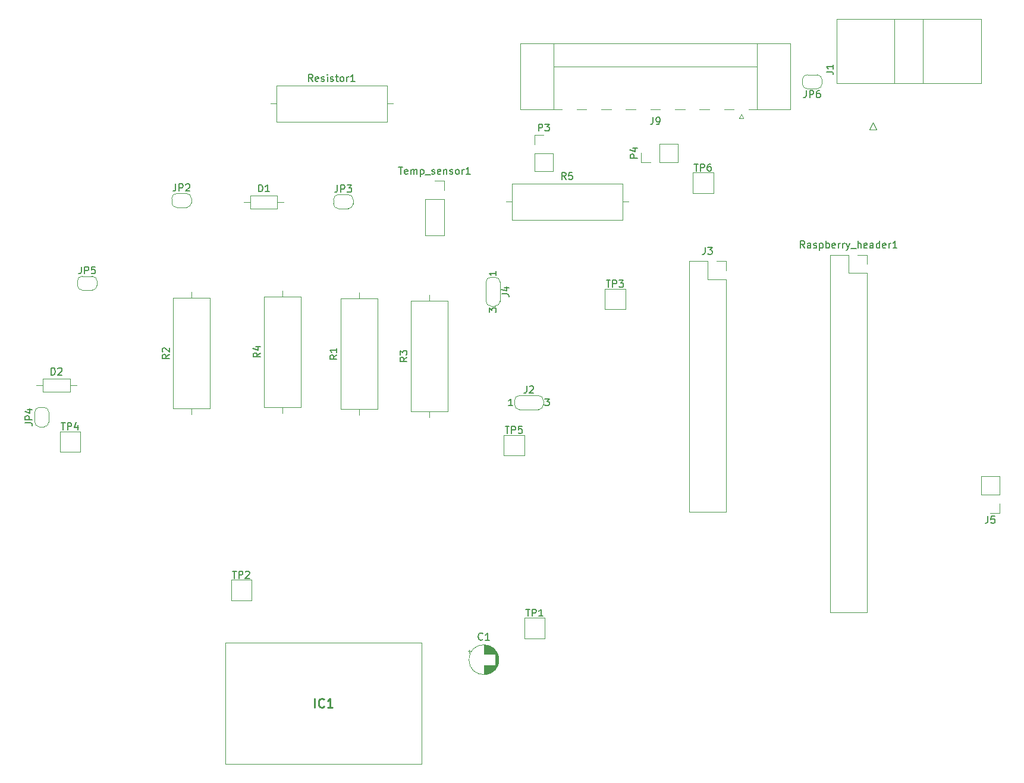
<source format=gbr>
%TF.GenerationSoftware,KiCad,Pcbnew,(5.1.9-0-10_14)*%
%TF.CreationDate,2021-03-10T15:44:04+00:00*%
%TF.ProjectId,base8x,62617365-3878-42e6-9b69-6361645f7063,rev?*%
%TF.SameCoordinates,Original*%
%TF.FileFunction,Legend,Top*%
%TF.FilePolarity,Positive*%
%FSLAX46Y46*%
G04 Gerber Fmt 4.6, Leading zero omitted, Abs format (unit mm)*
G04 Created by KiCad (PCBNEW (5.1.9-0-10_14)) date 2021-03-10 15:44:04*
%MOMM*%
%LPD*%
G01*
G04 APERTURE LIST*
%ADD10C,0.100000*%
%ADD11C,0.120000*%
%ADD12C,0.254000*%
%ADD13C,0.150000*%
G04 APERTURE END LIST*
D10*
%TO.C,IC1*%
X-279908000Y-124841000D02*
X-307848000Y-124841000D01*
X-307848000Y-124841000D02*
X-307848000Y-107569000D01*
X-307848000Y-107569000D02*
X-279908000Y-107569000D01*
X-279908000Y-107569000D02*
X-279908000Y-124841000D01*
D11*
%TO.C,Raspberry_header1*%
X-217820000Y-52340000D02*
X-216490000Y-52340000D01*
X-216490000Y-52340000D02*
X-216490000Y-53670000D01*
X-219090000Y-52340000D02*
X-219090000Y-54940000D01*
X-219090000Y-54940000D02*
X-216490000Y-54940000D01*
X-216490000Y-54940000D02*
X-216490000Y-103260000D01*
X-221690000Y-103260000D02*
X-216490000Y-103260000D01*
X-221690000Y-52340000D02*
X-221690000Y-103260000D01*
X-221690000Y-52340000D02*
X-219090000Y-52340000D01*
%TO.C,D2*%
X-333801640Y-69978520D02*
X-333801640Y-71818520D01*
X-333801640Y-71818520D02*
X-329961640Y-71818520D01*
X-329961640Y-71818520D02*
X-329961640Y-69978520D01*
X-329961640Y-69978520D02*
X-333801640Y-69978520D01*
X-334751640Y-70898520D02*
X-333801640Y-70898520D01*
X-329011640Y-70898520D02*
X-329961640Y-70898520D01*
%TO.C,D1*%
X-304280000Y-43880000D02*
X-304280000Y-45720000D01*
X-304280000Y-45720000D02*
X-300440000Y-45720000D01*
X-300440000Y-45720000D02*
X-300440000Y-43880000D01*
X-300440000Y-43880000D02*
X-304280000Y-43880000D01*
X-305230000Y-44800000D02*
X-304280000Y-44800000D01*
X-299490000Y-44800000D02*
X-300440000Y-44800000D01*
%TO.C,Resistor1*%
X-300580000Y-28190000D02*
X-300580000Y-33430000D01*
X-300580000Y-33430000D02*
X-284840000Y-33430000D01*
X-284840000Y-33430000D02*
X-284840000Y-28190000D01*
X-284840000Y-28190000D02*
X-300580000Y-28190000D01*
X-301430000Y-30810000D02*
X-300580000Y-30810000D01*
X-283990000Y-30810000D02*
X-284840000Y-30810000D01*
%TO.C,R5*%
X-267051600Y-42160200D02*
X-267051600Y-47400200D01*
X-267051600Y-47400200D02*
X-251311600Y-47400200D01*
X-251311600Y-47400200D02*
X-251311600Y-42160200D01*
X-251311600Y-42160200D02*
X-267051600Y-42160200D01*
X-267901600Y-44780200D02*
X-267051600Y-44780200D01*
X-250461600Y-44780200D02*
X-251311600Y-44780200D01*
%TO.C,R4*%
X-302310000Y-74000000D02*
X-297070000Y-74000000D01*
X-297070000Y-74000000D02*
X-297070000Y-58260000D01*
X-297070000Y-58260000D02*
X-302310000Y-58260000D01*
X-302310000Y-58260000D02*
X-302310000Y-74000000D01*
X-299690000Y-74850000D02*
X-299690000Y-74000000D01*
X-299690000Y-57410000D02*
X-299690000Y-58260000D01*
%TO.C,R3*%
X-281430000Y-74610000D02*
X-276190000Y-74610000D01*
X-276190000Y-74610000D02*
X-276190000Y-58870000D01*
X-276190000Y-58870000D02*
X-281430000Y-58870000D01*
X-281430000Y-58870000D02*
X-281430000Y-74610000D01*
X-278810000Y-75460000D02*
X-278810000Y-74610000D01*
X-278810000Y-58020000D02*
X-278810000Y-58870000D01*
%TO.C,R2*%
X-315270000Y-74230000D02*
X-310030000Y-74230000D01*
X-310030000Y-74230000D02*
X-310030000Y-58490000D01*
X-310030000Y-58490000D02*
X-315270000Y-58490000D01*
X-315270000Y-58490000D02*
X-315270000Y-74230000D01*
X-312650000Y-75080000D02*
X-312650000Y-74230000D01*
X-312650000Y-57640000D02*
X-312650000Y-58490000D01*
%TO.C,R1*%
X-291410000Y-74310000D02*
X-286170000Y-74310000D01*
X-286170000Y-74310000D02*
X-286170000Y-58570000D01*
X-286170000Y-58570000D02*
X-291410000Y-58570000D01*
X-291410000Y-58570000D02*
X-291410000Y-74310000D01*
X-288790000Y-75160000D02*
X-288790000Y-74310000D01*
X-288790000Y-57720000D02*
X-288790000Y-58570000D01*
%TO.C,TP5*%
X-268170000Y-77990000D02*
X-265270000Y-77990000D01*
X-265270000Y-77990000D02*
X-265270000Y-80890000D01*
X-265270000Y-80890000D02*
X-268170000Y-80890000D01*
X-268170000Y-80890000D02*
X-268170000Y-77990000D01*
%TO.C,TP4*%
X-331386000Y-77480000D02*
X-328486000Y-77480000D01*
X-328486000Y-77480000D02*
X-328486000Y-80380000D01*
X-328486000Y-80380000D02*
X-331386000Y-80380000D01*
X-331386000Y-80380000D02*
X-331386000Y-77480000D01*
%TO.C,TP3*%
X-253770000Y-57190000D02*
X-250870000Y-57190000D01*
X-250870000Y-57190000D02*
X-250870000Y-60090000D01*
X-250870000Y-60090000D02*
X-253770000Y-60090000D01*
X-253770000Y-60090000D02*
X-253770000Y-57190000D01*
%TO.C,TP2*%
X-307012000Y-98626000D02*
X-304112000Y-98626000D01*
X-304112000Y-98626000D02*
X-304112000Y-101526000D01*
X-304112000Y-101526000D02*
X-307012000Y-101526000D01*
X-307012000Y-101526000D02*
X-307012000Y-98626000D01*
%TO.C,J1*%
X-212590600Y-27886400D02*
X-212590600Y-18766400D01*
X-208490600Y-27886400D02*
X-208490600Y-18766400D01*
X-220830600Y-27886400D02*
X-220830600Y-18766400D01*
X-220830600Y-18766400D02*
X-200250600Y-18766400D01*
X-200250600Y-18766400D02*
X-200250600Y-27886400D01*
X-200250600Y-27886400D02*
X-220830600Y-27886400D01*
X-215620600Y-33506400D02*
X-216120600Y-34506400D01*
X-216120600Y-34506400D02*
X-215120600Y-34506400D01*
X-215120600Y-34506400D02*
X-215620600Y-33506400D01*
%TO.C,J2*%
X-266654500Y-73667900D02*
X-266654500Y-73067900D01*
X-263204500Y-74367900D02*
X-266004500Y-74367900D01*
X-262554500Y-73067900D02*
X-262554500Y-73667900D01*
X-266004500Y-72367900D02*
X-263204500Y-72367900D01*
X-263254500Y-72367900D02*
G75*
G02*
X-262554500Y-73067900I0J-700000D01*
G01*
X-262554500Y-73667900D02*
G75*
G02*
X-263254500Y-74367900I-700000J0D01*
G01*
X-265954500Y-74367900D02*
G75*
G02*
X-266654500Y-73667900I0J700000D01*
G01*
X-266654500Y-73067900D02*
G75*
G02*
X-265954500Y-72367900I700000J0D01*
G01*
%TO.C,J3*%
X-241780000Y-53240000D02*
X-239180000Y-53240000D01*
X-241780000Y-53240000D02*
X-241780000Y-88920000D01*
X-241780000Y-88920000D02*
X-236580000Y-88920000D01*
X-236580000Y-55840000D02*
X-236580000Y-88920000D01*
X-239180000Y-55840000D02*
X-236580000Y-55840000D01*
X-239180000Y-53240000D02*
X-239180000Y-55840000D01*
X-236580000Y-53240000D02*
X-236580000Y-54570000D01*
X-237910000Y-53240000D02*
X-236580000Y-53240000D01*
%TO.C,J4*%
X-268720000Y-56170000D02*
X-268720000Y-58970000D01*
X-269420000Y-59620000D02*
X-270020000Y-59620000D01*
X-270720000Y-58970000D02*
X-270720000Y-56170000D01*
X-270020000Y-55520000D02*
X-269420000Y-55520000D01*
X-269420000Y-55520000D02*
G75*
G02*
X-268720000Y-56220000I0J-700000D01*
G01*
X-270720000Y-56220000D02*
G75*
G02*
X-270020000Y-55520000I700000J0D01*
G01*
X-270020000Y-59620000D02*
G75*
G02*
X-270720000Y-58920000I0J700000D01*
G01*
X-268720000Y-58920000D02*
G75*
G02*
X-269420000Y-59620000I-700000J0D01*
G01*
%TO.C,J9*%
X-227355800Y-31612200D02*
X-227355800Y-22192200D01*
X-227355800Y-22192200D02*
X-265875800Y-22192200D01*
X-265875800Y-22192200D02*
X-265875800Y-31612200D01*
X-227355800Y-31612200D02*
X-233315800Y-31612200D01*
X-265875800Y-31612200D02*
X-259915800Y-31612200D01*
X-235415800Y-31612200D02*
X-236815800Y-31612200D01*
X-238915800Y-31612200D02*
X-240315800Y-31612200D01*
X-242415800Y-31612200D02*
X-243815800Y-31612200D01*
X-245915800Y-31612200D02*
X-247315800Y-31612200D01*
X-249415800Y-31612200D02*
X-250815800Y-31612200D01*
X-252915800Y-31612200D02*
X-254315800Y-31612200D01*
X-256415800Y-31612200D02*
X-257815800Y-31612200D01*
X-232155800Y-25502200D02*
X-261075800Y-25502200D01*
X-232155800Y-31612200D02*
X-232155800Y-22192200D01*
X-261075800Y-31612200D02*
X-261075800Y-22192200D01*
X-234665800Y-32902200D02*
X-234365800Y-32302200D01*
X-234365800Y-32302200D02*
X-234065800Y-32902200D01*
X-234065800Y-32902200D02*
X-234665800Y-32902200D01*
%TO.C,JP2*%
X-315470000Y-44890000D02*
X-315470000Y-44290000D01*
X-313370000Y-45590000D02*
X-314770000Y-45590000D01*
X-312670000Y-44290000D02*
X-312670000Y-44890000D01*
X-314770000Y-43590000D02*
X-313370000Y-43590000D01*
X-313370000Y-43590000D02*
G75*
G02*
X-312670000Y-44290000I0J-700000D01*
G01*
X-312670000Y-44890000D02*
G75*
G02*
X-313370000Y-45590000I-700000J0D01*
G01*
X-314770000Y-45590000D02*
G75*
G02*
X-315470000Y-44890000I0J700000D01*
G01*
X-315470000Y-44290000D02*
G75*
G02*
X-314770000Y-43590000I700000J0D01*
G01*
%TO.C,JP3*%
X-291740000Y-43750000D02*
X-290340000Y-43750000D01*
X-289640000Y-44450000D02*
X-289640000Y-45050000D01*
X-290340000Y-45750000D02*
X-291740000Y-45750000D01*
X-292440000Y-45050000D02*
X-292440000Y-44450000D01*
X-292440000Y-44450000D02*
G75*
G02*
X-291740000Y-43750000I700000J0D01*
G01*
X-291740000Y-45750000D02*
G75*
G02*
X-292440000Y-45050000I0J700000D01*
G01*
X-289640000Y-45050000D02*
G75*
G02*
X-290340000Y-45750000I-700000J0D01*
G01*
X-290340000Y-43750000D02*
G75*
G02*
X-289640000Y-44450000I0J-700000D01*
G01*
%TO.C,JP4*%
X-333674600Y-76837500D02*
X-334274600Y-76837500D01*
X-332974600Y-74737500D02*
X-332974600Y-76137500D01*
X-334274600Y-74037500D02*
X-333674600Y-74037500D01*
X-334974600Y-76137500D02*
X-334974600Y-74737500D01*
X-334974600Y-74737500D02*
G75*
G02*
X-334274600Y-74037500I700000J0D01*
G01*
X-333674600Y-74037500D02*
G75*
G02*
X-332974600Y-74737500I0J-700000D01*
G01*
X-332974600Y-76137500D02*
G75*
G02*
X-333674600Y-76837500I-700000J0D01*
G01*
X-334274600Y-76837500D02*
G75*
G02*
X-334974600Y-76137500I0J700000D01*
G01*
%TO.C,JP5*%
X-328900000Y-56670000D02*
X-328900000Y-56070000D01*
X-326800000Y-57370000D02*
X-328200000Y-57370000D01*
X-326100000Y-56070000D02*
X-326100000Y-56670000D01*
X-328200000Y-55370000D02*
X-326800000Y-55370000D01*
X-326800000Y-55370000D02*
G75*
G02*
X-326100000Y-56070000I0J-700000D01*
G01*
X-326100000Y-56670000D02*
G75*
G02*
X-326800000Y-57370000I-700000J0D01*
G01*
X-328200000Y-57370000D02*
G75*
G02*
X-328900000Y-56670000I0J700000D01*
G01*
X-328900000Y-56070000D02*
G75*
G02*
X-328200000Y-55370000I700000J0D01*
G01*
%TO.C,JP6*%
X-223582000Y-28686000D02*
X-224982000Y-28686000D01*
X-225682000Y-27986000D02*
X-225682000Y-27386000D01*
X-224982000Y-26686000D02*
X-223582000Y-26686000D01*
X-222882000Y-27386000D02*
X-222882000Y-27986000D01*
X-222882000Y-27986000D02*
G75*
G02*
X-223582000Y-28686000I-700000J0D01*
G01*
X-223582000Y-26686000D02*
G75*
G02*
X-222882000Y-27386000I0J-700000D01*
G01*
X-225682000Y-27386000D02*
G75*
G02*
X-224982000Y-26686000I700000J0D01*
G01*
X-224982000Y-28686000D02*
G75*
G02*
X-225682000Y-27986000I0J700000D01*
G01*
%TO.C,P3*%
X-263830000Y-35250000D02*
X-262500000Y-35250000D01*
X-263830000Y-36580000D02*
X-263830000Y-35250000D01*
X-263830000Y-37850000D02*
X-261170000Y-37850000D01*
X-261170000Y-37850000D02*
X-261170000Y-40450000D01*
X-263830000Y-37850000D02*
X-263830000Y-40450000D01*
X-263830000Y-40450000D02*
X-261170000Y-40450000D01*
%TO.C,P4*%
X-243430000Y-39170000D02*
X-243430000Y-36510000D01*
X-246030000Y-39170000D02*
X-243430000Y-39170000D01*
X-246030000Y-36510000D02*
X-243430000Y-36510000D01*
X-246030000Y-39170000D02*
X-246030000Y-36510000D01*
X-247300000Y-39170000D02*
X-248630000Y-39170000D01*
X-248630000Y-39170000D02*
X-248630000Y-37840000D01*
%TO.C,Temp_sensor1*%
X-279350000Y-44420000D02*
X-276690000Y-44420000D01*
X-279350000Y-44420000D02*
X-279350000Y-49560000D01*
X-279350000Y-49560000D02*
X-276690000Y-49560000D01*
X-276690000Y-44420000D02*
X-276690000Y-49560000D01*
X-276690000Y-41820000D02*
X-276690000Y-43150000D01*
X-278020000Y-41820000D02*
X-276690000Y-41820000D01*
%TO.C,TP1*%
X-265230000Y-106930000D02*
X-265230000Y-104030000D01*
X-262330000Y-106930000D02*
X-265230000Y-106930000D01*
X-262330000Y-104030000D02*
X-262330000Y-106930000D01*
X-265230000Y-104030000D02*
X-262330000Y-104030000D01*
%TO.C,TP6*%
X-241260000Y-40630000D02*
X-238360000Y-40630000D01*
X-238360000Y-40630000D02*
X-238360000Y-43530000D01*
X-238360000Y-43530000D02*
X-241260000Y-43530000D01*
X-241260000Y-43530000D02*
X-241260000Y-40630000D01*
%TO.C,C1*%
X-273099801Y-108587000D02*
X-273099801Y-108987000D01*
X-273299801Y-108787000D02*
X-272899801Y-108787000D01*
X-268949000Y-109612000D02*
X-268949000Y-110352000D01*
X-268989000Y-109445000D02*
X-268989000Y-110519000D01*
X-269029000Y-109318000D02*
X-269029000Y-110646000D01*
X-269069000Y-109214000D02*
X-269069000Y-110750000D01*
X-269109000Y-109123000D02*
X-269109000Y-110841000D01*
X-269149000Y-109042000D02*
X-269149000Y-110922000D01*
X-269189000Y-108969000D02*
X-269189000Y-110995000D01*
X-269229000Y-108902000D02*
X-269229000Y-111062000D01*
X-269269000Y-108840000D02*
X-269269000Y-111124000D01*
X-269309000Y-108782000D02*
X-269309000Y-111182000D01*
X-269349000Y-108728000D02*
X-269349000Y-111236000D01*
X-269389000Y-108678000D02*
X-269389000Y-111286000D01*
X-269429000Y-108631000D02*
X-269429000Y-111333000D01*
X-269469000Y-110822000D02*
X-269469000Y-111378000D01*
X-269469000Y-108586000D02*
X-269469000Y-109142000D01*
X-269509000Y-110822000D02*
X-269509000Y-111420000D01*
X-269509000Y-108544000D02*
X-269509000Y-109142000D01*
X-269549000Y-110822000D02*
X-269549000Y-111460000D01*
X-269549000Y-108504000D02*
X-269549000Y-109142000D01*
X-269589000Y-110822000D02*
X-269589000Y-111498000D01*
X-269589000Y-108466000D02*
X-269589000Y-109142000D01*
X-269629000Y-110822000D02*
X-269629000Y-111534000D01*
X-269629000Y-108430000D02*
X-269629000Y-109142000D01*
X-269669000Y-110822000D02*
X-269669000Y-111569000D01*
X-269669000Y-108395000D02*
X-269669000Y-109142000D01*
X-269709000Y-110822000D02*
X-269709000Y-111601000D01*
X-269709000Y-108363000D02*
X-269709000Y-109142000D01*
X-269749000Y-110822000D02*
X-269749000Y-111632000D01*
X-269749000Y-108332000D02*
X-269749000Y-109142000D01*
X-269789000Y-110822000D02*
X-269789000Y-111662000D01*
X-269789000Y-108302000D02*
X-269789000Y-109142000D01*
X-269829000Y-110822000D02*
X-269829000Y-111690000D01*
X-269829000Y-108274000D02*
X-269829000Y-109142000D01*
X-269869000Y-110822000D02*
X-269869000Y-111717000D01*
X-269869000Y-108247000D02*
X-269869000Y-109142000D01*
X-269909000Y-110822000D02*
X-269909000Y-111742000D01*
X-269909000Y-108222000D02*
X-269909000Y-109142000D01*
X-269949000Y-110822000D02*
X-269949000Y-111767000D01*
X-269949000Y-108197000D02*
X-269949000Y-109142000D01*
X-269989000Y-110822000D02*
X-269989000Y-111790000D01*
X-269989000Y-108174000D02*
X-269989000Y-109142000D01*
X-270029000Y-110822000D02*
X-270029000Y-111812000D01*
X-270029000Y-108152000D02*
X-270029000Y-109142000D01*
X-270069000Y-110822000D02*
X-270069000Y-111833000D01*
X-270069000Y-108131000D02*
X-270069000Y-109142000D01*
X-270109000Y-110822000D02*
X-270109000Y-111852000D01*
X-270109000Y-108112000D02*
X-270109000Y-109142000D01*
X-270149000Y-110822000D02*
X-270149000Y-111871000D01*
X-270149000Y-108093000D02*
X-270149000Y-109142000D01*
X-270189000Y-110822000D02*
X-270189000Y-111889000D01*
X-270189000Y-108075000D02*
X-270189000Y-109142000D01*
X-270229000Y-110822000D02*
X-270229000Y-111906000D01*
X-270229000Y-108058000D02*
X-270229000Y-109142000D01*
X-270269000Y-110822000D02*
X-270269000Y-111922000D01*
X-270269000Y-108042000D02*
X-270269000Y-109142000D01*
X-270309000Y-110822000D02*
X-270309000Y-111936000D01*
X-270309000Y-108028000D02*
X-270309000Y-109142000D01*
X-270350000Y-110822000D02*
X-270350000Y-111950000D01*
X-270350000Y-108014000D02*
X-270350000Y-109142000D01*
X-270390000Y-110822000D02*
X-270390000Y-111964000D01*
X-270390000Y-108000000D02*
X-270390000Y-109142000D01*
X-270430000Y-110822000D02*
X-270430000Y-111976000D01*
X-270430000Y-107988000D02*
X-270430000Y-109142000D01*
X-270470000Y-110822000D02*
X-270470000Y-111987000D01*
X-270470000Y-107977000D02*
X-270470000Y-109142000D01*
X-270510000Y-110822000D02*
X-270510000Y-111998000D01*
X-270510000Y-107966000D02*
X-270510000Y-109142000D01*
X-270550000Y-110822000D02*
X-270550000Y-112007000D01*
X-270550000Y-107957000D02*
X-270550000Y-109142000D01*
X-270590000Y-110822000D02*
X-270590000Y-112016000D01*
X-270590000Y-107948000D02*
X-270590000Y-109142000D01*
X-270630000Y-110822000D02*
X-270630000Y-112024000D01*
X-270630000Y-107940000D02*
X-270630000Y-109142000D01*
X-270670000Y-110822000D02*
X-270670000Y-112032000D01*
X-270670000Y-107932000D02*
X-270670000Y-109142000D01*
X-270710000Y-110822000D02*
X-270710000Y-112038000D01*
X-270710000Y-107926000D02*
X-270710000Y-109142000D01*
X-270750000Y-110822000D02*
X-270750000Y-112044000D01*
X-270750000Y-107920000D02*
X-270750000Y-109142000D01*
X-270790000Y-110822000D02*
X-270790000Y-112049000D01*
X-270790000Y-107915000D02*
X-270790000Y-109142000D01*
X-270830000Y-110822000D02*
X-270830000Y-112053000D01*
X-270830000Y-107911000D02*
X-270830000Y-109142000D01*
X-270870000Y-110822000D02*
X-270870000Y-112056000D01*
X-270870000Y-107908000D02*
X-270870000Y-109142000D01*
X-270910000Y-110822000D02*
X-270910000Y-112059000D01*
X-270910000Y-107905000D02*
X-270910000Y-109142000D01*
X-270950000Y-107903000D02*
X-270950000Y-109142000D01*
X-270950000Y-110822000D02*
X-270950000Y-112061000D01*
X-270990000Y-107902000D02*
X-270990000Y-109142000D01*
X-270990000Y-110822000D02*
X-270990000Y-112062000D01*
X-271030000Y-107902000D02*
X-271030000Y-109142000D01*
X-271030000Y-110822000D02*
X-271030000Y-112062000D01*
X-268910000Y-109982000D02*
G75*
G03*
X-268910000Y-109982000I-2120000J0D01*
G01*
%TO.C,J5*%
X-197600000Y-83880000D02*
X-200260000Y-83880000D01*
X-197600000Y-86480000D02*
X-197600000Y-83880000D01*
X-200260000Y-86480000D02*
X-200260000Y-83880000D01*
X-197600000Y-86480000D02*
X-200260000Y-86480000D01*
X-197600000Y-87750000D02*
X-197600000Y-89080000D01*
X-197600000Y-89080000D02*
X-198930000Y-89080000D01*
%TO.C,IC1*%
D12*
X-295117761Y-116779523D02*
X-295117761Y-115509523D01*
X-293787285Y-116658571D02*
X-293847761Y-116719047D01*
X-294029190Y-116779523D01*
X-294150142Y-116779523D01*
X-294331571Y-116719047D01*
X-294452523Y-116598095D01*
X-294513000Y-116477142D01*
X-294573476Y-116235238D01*
X-294573476Y-116053809D01*
X-294513000Y-115811904D01*
X-294452523Y-115690952D01*
X-294331571Y-115570000D01*
X-294150142Y-115509523D01*
X-294029190Y-115509523D01*
X-293847761Y-115570000D01*
X-293787285Y-115630476D01*
X-292577761Y-116779523D02*
X-293303476Y-116779523D01*
X-292940619Y-116779523D02*
X-292940619Y-115509523D01*
X-293061571Y-115690952D01*
X-293182523Y-115811904D01*
X-293303476Y-115872380D01*
%TO.C,Raspberry_header1*%
D13*
X-225351904Y-51352380D02*
X-225685238Y-50876190D01*
X-225923333Y-51352380D02*
X-225923333Y-50352380D01*
X-225542380Y-50352380D01*
X-225447142Y-50400000D01*
X-225399523Y-50447619D01*
X-225351904Y-50542857D01*
X-225351904Y-50685714D01*
X-225399523Y-50780952D01*
X-225447142Y-50828571D01*
X-225542380Y-50876190D01*
X-225923333Y-50876190D01*
X-224494761Y-51352380D02*
X-224494761Y-50828571D01*
X-224542380Y-50733333D01*
X-224637619Y-50685714D01*
X-224828095Y-50685714D01*
X-224923333Y-50733333D01*
X-224494761Y-51304761D02*
X-224590000Y-51352380D01*
X-224828095Y-51352380D01*
X-224923333Y-51304761D01*
X-224970952Y-51209523D01*
X-224970952Y-51114285D01*
X-224923333Y-51019047D01*
X-224828095Y-50971428D01*
X-224590000Y-50971428D01*
X-224494761Y-50923809D01*
X-224066190Y-51304761D02*
X-223970952Y-51352380D01*
X-223780476Y-51352380D01*
X-223685238Y-51304761D01*
X-223637619Y-51209523D01*
X-223637619Y-51161904D01*
X-223685238Y-51066666D01*
X-223780476Y-51019047D01*
X-223923333Y-51019047D01*
X-224018571Y-50971428D01*
X-224066190Y-50876190D01*
X-224066190Y-50828571D01*
X-224018571Y-50733333D01*
X-223923333Y-50685714D01*
X-223780476Y-50685714D01*
X-223685238Y-50733333D01*
X-223209047Y-50685714D02*
X-223209047Y-51685714D01*
X-223209047Y-50733333D02*
X-223113809Y-50685714D01*
X-222923333Y-50685714D01*
X-222828095Y-50733333D01*
X-222780476Y-50780952D01*
X-222732857Y-50876190D01*
X-222732857Y-51161904D01*
X-222780476Y-51257142D01*
X-222828095Y-51304761D01*
X-222923333Y-51352380D01*
X-223113809Y-51352380D01*
X-223209047Y-51304761D01*
X-222304285Y-51352380D02*
X-222304285Y-50352380D01*
X-222304285Y-50733333D02*
X-222209047Y-50685714D01*
X-222018571Y-50685714D01*
X-221923333Y-50733333D01*
X-221875714Y-50780952D01*
X-221828095Y-50876190D01*
X-221828095Y-51161904D01*
X-221875714Y-51257142D01*
X-221923333Y-51304761D01*
X-222018571Y-51352380D01*
X-222209047Y-51352380D01*
X-222304285Y-51304761D01*
X-221018571Y-51304761D02*
X-221113809Y-51352380D01*
X-221304285Y-51352380D01*
X-221399523Y-51304761D01*
X-221447142Y-51209523D01*
X-221447142Y-50828571D01*
X-221399523Y-50733333D01*
X-221304285Y-50685714D01*
X-221113809Y-50685714D01*
X-221018571Y-50733333D01*
X-220970952Y-50828571D01*
X-220970952Y-50923809D01*
X-221447142Y-51019047D01*
X-220542380Y-51352380D02*
X-220542380Y-50685714D01*
X-220542380Y-50876190D02*
X-220494761Y-50780952D01*
X-220447142Y-50733333D01*
X-220351904Y-50685714D01*
X-220256666Y-50685714D01*
X-219923333Y-51352380D02*
X-219923333Y-50685714D01*
X-219923333Y-50876190D02*
X-219875714Y-50780952D01*
X-219828095Y-50733333D01*
X-219732857Y-50685714D01*
X-219637619Y-50685714D01*
X-219399523Y-50685714D02*
X-219161428Y-51352380D01*
X-218923333Y-50685714D02*
X-219161428Y-51352380D01*
X-219256666Y-51590476D01*
X-219304285Y-51638095D01*
X-219399523Y-51685714D01*
X-218780476Y-51447619D02*
X-218018571Y-51447619D01*
X-217780476Y-51352380D02*
X-217780476Y-50352380D01*
X-217351904Y-51352380D02*
X-217351904Y-50828571D01*
X-217399523Y-50733333D01*
X-217494761Y-50685714D01*
X-217637619Y-50685714D01*
X-217732857Y-50733333D01*
X-217780476Y-50780952D01*
X-216494761Y-51304761D02*
X-216590000Y-51352380D01*
X-216780476Y-51352380D01*
X-216875714Y-51304761D01*
X-216923333Y-51209523D01*
X-216923333Y-50828571D01*
X-216875714Y-50733333D01*
X-216780476Y-50685714D01*
X-216590000Y-50685714D01*
X-216494761Y-50733333D01*
X-216447142Y-50828571D01*
X-216447142Y-50923809D01*
X-216923333Y-51019047D01*
X-215590000Y-51352380D02*
X-215590000Y-50828571D01*
X-215637619Y-50733333D01*
X-215732857Y-50685714D01*
X-215923333Y-50685714D01*
X-216018571Y-50733333D01*
X-215590000Y-51304761D02*
X-215685238Y-51352380D01*
X-215923333Y-51352380D01*
X-216018571Y-51304761D01*
X-216066190Y-51209523D01*
X-216066190Y-51114285D01*
X-216018571Y-51019047D01*
X-215923333Y-50971428D01*
X-215685238Y-50971428D01*
X-215590000Y-50923809D01*
X-214685238Y-51352380D02*
X-214685238Y-50352380D01*
X-214685238Y-51304761D02*
X-214780476Y-51352380D01*
X-214970952Y-51352380D01*
X-215066190Y-51304761D01*
X-215113809Y-51257142D01*
X-215161428Y-51161904D01*
X-215161428Y-50876190D01*
X-215113809Y-50780952D01*
X-215066190Y-50733333D01*
X-214970952Y-50685714D01*
X-214780476Y-50685714D01*
X-214685238Y-50733333D01*
X-213828095Y-51304761D02*
X-213923333Y-51352380D01*
X-214113809Y-51352380D01*
X-214209047Y-51304761D01*
X-214256666Y-51209523D01*
X-214256666Y-50828571D01*
X-214209047Y-50733333D01*
X-214113809Y-50685714D01*
X-213923333Y-50685714D01*
X-213828095Y-50733333D01*
X-213780476Y-50828571D01*
X-213780476Y-50923809D01*
X-214256666Y-51019047D01*
X-213351904Y-51352380D02*
X-213351904Y-50685714D01*
X-213351904Y-50876190D02*
X-213304285Y-50780952D01*
X-213256666Y-50733333D01*
X-213161428Y-50685714D01*
X-213066190Y-50685714D01*
X-212209047Y-51352380D02*
X-212780476Y-51352380D01*
X-212494761Y-51352380D02*
X-212494761Y-50352380D01*
X-212590000Y-50495238D01*
X-212685238Y-50590476D01*
X-212780476Y-50638095D01*
%TO.C,D2*%
X-332619735Y-69430900D02*
X-332619735Y-68430900D01*
X-332381640Y-68430900D01*
X-332238782Y-68478520D01*
X-332143544Y-68573758D01*
X-332095925Y-68668996D01*
X-332048306Y-68859472D01*
X-332048306Y-69002329D01*
X-332095925Y-69192805D01*
X-332143544Y-69288043D01*
X-332238782Y-69383281D01*
X-332381640Y-69430900D01*
X-332619735Y-69430900D01*
X-331667354Y-68526139D02*
X-331619735Y-68478520D01*
X-331524497Y-68430900D01*
X-331286401Y-68430900D01*
X-331191163Y-68478520D01*
X-331143544Y-68526139D01*
X-331095925Y-68621377D01*
X-331095925Y-68716615D01*
X-331143544Y-68859472D01*
X-331714973Y-69430900D01*
X-331095925Y-69430900D01*
%TO.C,D1*%
X-303098095Y-43332380D02*
X-303098095Y-42332380D01*
X-302860000Y-42332380D01*
X-302717142Y-42380000D01*
X-302621904Y-42475238D01*
X-302574285Y-42570476D01*
X-302526666Y-42760952D01*
X-302526666Y-42903809D01*
X-302574285Y-43094285D01*
X-302621904Y-43189523D01*
X-302717142Y-43284761D01*
X-302860000Y-43332380D01*
X-303098095Y-43332380D01*
X-301574285Y-43332380D02*
X-302145714Y-43332380D01*
X-301860000Y-43332380D02*
X-301860000Y-42332380D01*
X-301955238Y-42475238D01*
X-302050476Y-42570476D01*
X-302145714Y-42618095D01*
%TO.C,Resistor1*%
X-295400476Y-27642380D02*
X-295733809Y-27166190D01*
X-295971904Y-27642380D02*
X-295971904Y-26642380D01*
X-295590952Y-26642380D01*
X-295495714Y-26690000D01*
X-295448095Y-26737619D01*
X-295400476Y-26832857D01*
X-295400476Y-26975714D01*
X-295448095Y-27070952D01*
X-295495714Y-27118571D01*
X-295590952Y-27166190D01*
X-295971904Y-27166190D01*
X-294590952Y-27594761D02*
X-294686190Y-27642380D01*
X-294876666Y-27642380D01*
X-294971904Y-27594761D01*
X-295019523Y-27499523D01*
X-295019523Y-27118571D01*
X-294971904Y-27023333D01*
X-294876666Y-26975714D01*
X-294686190Y-26975714D01*
X-294590952Y-27023333D01*
X-294543333Y-27118571D01*
X-294543333Y-27213809D01*
X-295019523Y-27309047D01*
X-294162380Y-27594761D02*
X-294067142Y-27642380D01*
X-293876666Y-27642380D01*
X-293781428Y-27594761D01*
X-293733809Y-27499523D01*
X-293733809Y-27451904D01*
X-293781428Y-27356666D01*
X-293876666Y-27309047D01*
X-294019523Y-27309047D01*
X-294114761Y-27261428D01*
X-294162380Y-27166190D01*
X-294162380Y-27118571D01*
X-294114761Y-27023333D01*
X-294019523Y-26975714D01*
X-293876666Y-26975714D01*
X-293781428Y-27023333D01*
X-293305238Y-27642380D02*
X-293305238Y-26975714D01*
X-293305238Y-26642380D02*
X-293352857Y-26690000D01*
X-293305238Y-26737619D01*
X-293257619Y-26690000D01*
X-293305238Y-26642380D01*
X-293305238Y-26737619D01*
X-292876666Y-27594761D02*
X-292781428Y-27642380D01*
X-292590952Y-27642380D01*
X-292495714Y-27594761D01*
X-292448095Y-27499523D01*
X-292448095Y-27451904D01*
X-292495714Y-27356666D01*
X-292590952Y-27309047D01*
X-292733809Y-27309047D01*
X-292829047Y-27261428D01*
X-292876666Y-27166190D01*
X-292876666Y-27118571D01*
X-292829047Y-27023333D01*
X-292733809Y-26975714D01*
X-292590952Y-26975714D01*
X-292495714Y-27023333D01*
X-292162380Y-26975714D02*
X-291781428Y-26975714D01*
X-292019523Y-26642380D02*
X-292019523Y-27499523D01*
X-291971904Y-27594761D01*
X-291876666Y-27642380D01*
X-291781428Y-27642380D01*
X-291305238Y-27642380D02*
X-291400476Y-27594761D01*
X-291448095Y-27547142D01*
X-291495714Y-27451904D01*
X-291495714Y-27166190D01*
X-291448095Y-27070952D01*
X-291400476Y-27023333D01*
X-291305238Y-26975714D01*
X-291162380Y-26975714D01*
X-291067142Y-27023333D01*
X-291019523Y-27070952D01*
X-290971904Y-27166190D01*
X-290971904Y-27451904D01*
X-291019523Y-27547142D01*
X-291067142Y-27594761D01*
X-291162380Y-27642380D01*
X-291305238Y-27642380D01*
X-290543333Y-27642380D02*
X-290543333Y-26975714D01*
X-290543333Y-27166190D02*
X-290495714Y-27070952D01*
X-290448095Y-27023333D01*
X-290352857Y-26975714D01*
X-290257619Y-26975714D01*
X-289400476Y-27642380D02*
X-289971904Y-27642380D01*
X-289686190Y-27642380D02*
X-289686190Y-26642380D01*
X-289781428Y-26785238D01*
X-289876666Y-26880476D01*
X-289971904Y-26928095D01*
%TO.C,R5*%
X-259348266Y-41612580D02*
X-259681600Y-41136390D01*
X-259919695Y-41612580D02*
X-259919695Y-40612580D01*
X-259538742Y-40612580D01*
X-259443504Y-40660200D01*
X-259395885Y-40707819D01*
X-259348266Y-40803057D01*
X-259348266Y-40945914D01*
X-259395885Y-41041152D01*
X-259443504Y-41088771D01*
X-259538742Y-41136390D01*
X-259919695Y-41136390D01*
X-258443504Y-40612580D02*
X-258919695Y-40612580D01*
X-258967314Y-41088771D01*
X-258919695Y-41041152D01*
X-258824457Y-40993533D01*
X-258586361Y-40993533D01*
X-258491123Y-41041152D01*
X-258443504Y-41088771D01*
X-258395885Y-41184009D01*
X-258395885Y-41422104D01*
X-258443504Y-41517342D01*
X-258491123Y-41564961D01*
X-258586361Y-41612580D01*
X-258824457Y-41612580D01*
X-258919695Y-41564961D01*
X-258967314Y-41517342D01*
%TO.C,R4*%
X-302857619Y-66296666D02*
X-303333809Y-66630000D01*
X-302857619Y-66868095D02*
X-303857619Y-66868095D01*
X-303857619Y-66487142D01*
X-303810000Y-66391904D01*
X-303762380Y-66344285D01*
X-303667142Y-66296666D01*
X-303524285Y-66296666D01*
X-303429047Y-66344285D01*
X-303381428Y-66391904D01*
X-303333809Y-66487142D01*
X-303333809Y-66868095D01*
X-303524285Y-65439523D02*
X-302857619Y-65439523D01*
X-303905238Y-65677619D02*
X-303190952Y-65915714D01*
X-303190952Y-65296666D01*
%TO.C,R3*%
X-281977619Y-66906666D02*
X-282453809Y-67240000D01*
X-281977619Y-67478095D02*
X-282977619Y-67478095D01*
X-282977619Y-67097142D01*
X-282930000Y-67001904D01*
X-282882380Y-66954285D01*
X-282787142Y-66906666D01*
X-282644285Y-66906666D01*
X-282549047Y-66954285D01*
X-282501428Y-67001904D01*
X-282453809Y-67097142D01*
X-282453809Y-67478095D01*
X-282977619Y-66573333D02*
X-282977619Y-65954285D01*
X-282596666Y-66287619D01*
X-282596666Y-66144761D01*
X-282549047Y-66049523D01*
X-282501428Y-66001904D01*
X-282406190Y-65954285D01*
X-282168095Y-65954285D01*
X-282072857Y-66001904D01*
X-282025238Y-66049523D01*
X-281977619Y-66144761D01*
X-281977619Y-66430476D01*
X-282025238Y-66525714D01*
X-282072857Y-66573333D01*
%TO.C,R2*%
X-315817619Y-66526666D02*
X-316293809Y-66860000D01*
X-315817619Y-67098095D02*
X-316817619Y-67098095D01*
X-316817619Y-66717142D01*
X-316770000Y-66621904D01*
X-316722380Y-66574285D01*
X-316627142Y-66526666D01*
X-316484285Y-66526666D01*
X-316389047Y-66574285D01*
X-316341428Y-66621904D01*
X-316293809Y-66717142D01*
X-316293809Y-67098095D01*
X-316722380Y-66145714D02*
X-316770000Y-66098095D01*
X-316817619Y-66002857D01*
X-316817619Y-65764761D01*
X-316770000Y-65669523D01*
X-316722380Y-65621904D01*
X-316627142Y-65574285D01*
X-316531904Y-65574285D01*
X-316389047Y-65621904D01*
X-315817619Y-66193333D01*
X-315817619Y-65574285D01*
%TO.C,R1*%
X-291957619Y-66606666D02*
X-292433809Y-66940000D01*
X-291957619Y-67178095D02*
X-292957619Y-67178095D01*
X-292957619Y-66797142D01*
X-292910000Y-66701904D01*
X-292862380Y-66654285D01*
X-292767142Y-66606666D01*
X-292624285Y-66606666D01*
X-292529047Y-66654285D01*
X-292481428Y-66701904D01*
X-292433809Y-66797142D01*
X-292433809Y-67178095D01*
X-291957619Y-65654285D02*
X-291957619Y-66225714D01*
X-291957619Y-65940000D02*
X-292957619Y-65940000D01*
X-292814761Y-66035238D01*
X-292719523Y-66130476D01*
X-292671904Y-66225714D01*
%TO.C,TP5*%
X-267981904Y-76744380D02*
X-267410476Y-76744380D01*
X-267696190Y-77744380D02*
X-267696190Y-76744380D01*
X-267077142Y-77744380D02*
X-267077142Y-76744380D01*
X-266696190Y-76744380D01*
X-266600952Y-76792000D01*
X-266553333Y-76839619D01*
X-266505714Y-76934857D01*
X-266505714Y-77077714D01*
X-266553333Y-77172952D01*
X-266600952Y-77220571D01*
X-266696190Y-77268190D01*
X-267077142Y-77268190D01*
X-265600952Y-76744380D02*
X-266077142Y-76744380D01*
X-266124761Y-77220571D01*
X-266077142Y-77172952D01*
X-265981904Y-77125333D01*
X-265743809Y-77125333D01*
X-265648571Y-77172952D01*
X-265600952Y-77220571D01*
X-265553333Y-77315809D01*
X-265553333Y-77553904D01*
X-265600952Y-77649142D01*
X-265648571Y-77696761D01*
X-265743809Y-77744380D01*
X-265981904Y-77744380D01*
X-266077142Y-77696761D01*
X-266124761Y-77649142D01*
%TO.C,TP4*%
X-331197904Y-76234380D02*
X-330626476Y-76234380D01*
X-330912190Y-77234380D02*
X-330912190Y-76234380D01*
X-330293142Y-77234380D02*
X-330293142Y-76234380D01*
X-329912190Y-76234380D01*
X-329816952Y-76282000D01*
X-329769333Y-76329619D01*
X-329721714Y-76424857D01*
X-329721714Y-76567714D01*
X-329769333Y-76662952D01*
X-329816952Y-76710571D01*
X-329912190Y-76758190D01*
X-330293142Y-76758190D01*
X-328864571Y-76567714D02*
X-328864571Y-77234380D01*
X-329102666Y-76186761D02*
X-329340761Y-76901047D01*
X-328721714Y-76901047D01*
%TO.C,TP3*%
X-253581904Y-55944380D02*
X-253010476Y-55944380D01*
X-253296190Y-56944380D02*
X-253296190Y-55944380D01*
X-252677142Y-56944380D02*
X-252677142Y-55944380D01*
X-252296190Y-55944380D01*
X-252200952Y-55992000D01*
X-252153333Y-56039619D01*
X-252105714Y-56134857D01*
X-252105714Y-56277714D01*
X-252153333Y-56372952D01*
X-252200952Y-56420571D01*
X-252296190Y-56468190D01*
X-252677142Y-56468190D01*
X-251772380Y-55944380D02*
X-251153333Y-55944380D01*
X-251486666Y-56325333D01*
X-251343809Y-56325333D01*
X-251248571Y-56372952D01*
X-251200952Y-56420571D01*
X-251153333Y-56515809D01*
X-251153333Y-56753904D01*
X-251200952Y-56849142D01*
X-251248571Y-56896761D01*
X-251343809Y-56944380D01*
X-251629523Y-56944380D01*
X-251724761Y-56896761D01*
X-251772380Y-56849142D01*
%TO.C,TP2*%
X-306823904Y-97380380D02*
X-306252476Y-97380380D01*
X-306538190Y-98380380D02*
X-306538190Y-97380380D01*
X-305919142Y-98380380D02*
X-305919142Y-97380380D01*
X-305538190Y-97380380D01*
X-305442952Y-97428000D01*
X-305395333Y-97475619D01*
X-305347714Y-97570857D01*
X-305347714Y-97713714D01*
X-305395333Y-97808952D01*
X-305442952Y-97856571D01*
X-305538190Y-97904190D01*
X-305919142Y-97904190D01*
X-304966761Y-97475619D02*
X-304919142Y-97428000D01*
X-304823904Y-97380380D01*
X-304585809Y-97380380D01*
X-304490571Y-97428000D01*
X-304442952Y-97475619D01*
X-304395333Y-97570857D01*
X-304395333Y-97666095D01*
X-304442952Y-97808952D01*
X-305014380Y-98380380D01*
X-304395333Y-98380380D01*
%TO.C,J1*%
X-222268219Y-26274733D02*
X-221553933Y-26274733D01*
X-221411076Y-26322352D01*
X-221315838Y-26417590D01*
X-221268219Y-26560447D01*
X-221268219Y-26655685D01*
X-221268219Y-25274733D02*
X-221268219Y-25846161D01*
X-221268219Y-25560447D02*
X-222268219Y-25560447D01*
X-222125361Y-25655685D01*
X-222030123Y-25750923D01*
X-221982504Y-25846161D01*
%TO.C,J2*%
X-264937833Y-71020280D02*
X-264937833Y-71734566D01*
X-264985452Y-71877423D01*
X-265080690Y-71972661D01*
X-265223547Y-72020280D01*
X-265318785Y-72020280D01*
X-264509261Y-71115519D02*
X-264461642Y-71067900D01*
X-264366404Y-71020280D01*
X-264128309Y-71020280D01*
X-264033071Y-71067900D01*
X-263985452Y-71115519D01*
X-263937833Y-71210757D01*
X-263937833Y-71305995D01*
X-263985452Y-71448852D01*
X-264556880Y-72020280D01*
X-263937833Y-72020280D01*
X-262337833Y-72820280D02*
X-261718785Y-72820280D01*
X-262052119Y-73201233D01*
X-261909261Y-73201233D01*
X-261814023Y-73248852D01*
X-261766404Y-73296471D01*
X-261718785Y-73391709D01*
X-261718785Y-73629804D01*
X-261766404Y-73725042D01*
X-261814023Y-73772661D01*
X-261909261Y-73820280D01*
X-262194976Y-73820280D01*
X-262290214Y-73772661D01*
X-262337833Y-73725042D01*
X-266918785Y-73820280D02*
X-267490214Y-73820280D01*
X-267204500Y-73820280D02*
X-267204500Y-72820280D01*
X-267299738Y-72963138D01*
X-267394976Y-73058376D01*
X-267490214Y-73105995D01*
%TO.C,J3*%
X-239513333Y-51252380D02*
X-239513333Y-51966666D01*
X-239560952Y-52109523D01*
X-239656190Y-52204761D01*
X-239799047Y-52252380D01*
X-239894285Y-52252380D01*
X-239132380Y-51252380D02*
X-238513333Y-51252380D01*
X-238846666Y-51633333D01*
X-238703809Y-51633333D01*
X-238608571Y-51680952D01*
X-238560952Y-51728571D01*
X-238513333Y-51823809D01*
X-238513333Y-52061904D01*
X-238560952Y-52157142D01*
X-238608571Y-52204761D01*
X-238703809Y-52252380D01*
X-238989523Y-52252380D01*
X-239084761Y-52204761D01*
X-239132380Y-52157142D01*
%TO.C,J4*%
X-268467619Y-57903333D02*
X-267753333Y-57903333D01*
X-267610476Y-57950952D01*
X-267515238Y-58046190D01*
X-267467619Y-58189047D01*
X-267467619Y-58284285D01*
X-268134285Y-56998571D02*
X-267467619Y-56998571D01*
X-268515238Y-57236666D02*
X-267800952Y-57474761D01*
X-267800952Y-56855714D01*
X-269267619Y-54684285D02*
X-269267619Y-55255714D01*
X-269267619Y-54970000D02*
X-270267619Y-54970000D01*
X-270124761Y-55065238D01*
X-270029523Y-55160476D01*
X-269981904Y-55255714D01*
X-270267619Y-60503333D02*
X-270267619Y-59884285D01*
X-269886666Y-60217619D01*
X-269886666Y-60074761D01*
X-269839047Y-59979523D01*
X-269791428Y-59931904D01*
X-269696190Y-59884285D01*
X-269458095Y-59884285D01*
X-269362857Y-59931904D01*
X-269315238Y-59979523D01*
X-269267619Y-60074761D01*
X-269267619Y-60360476D01*
X-269315238Y-60455714D01*
X-269362857Y-60503333D01*
%TO.C,J9*%
X-246949133Y-32754580D02*
X-246949133Y-33468866D01*
X-246996752Y-33611723D01*
X-247091990Y-33706961D01*
X-247234847Y-33754580D01*
X-247330085Y-33754580D01*
X-246425323Y-33754580D02*
X-246234847Y-33754580D01*
X-246139609Y-33706961D01*
X-246091990Y-33659342D01*
X-245996752Y-33516485D01*
X-245949133Y-33326009D01*
X-245949133Y-32945057D01*
X-245996752Y-32849819D01*
X-246044371Y-32802200D01*
X-246139609Y-32754580D01*
X-246330085Y-32754580D01*
X-246425323Y-32802200D01*
X-246472942Y-32849819D01*
X-246520561Y-32945057D01*
X-246520561Y-33183152D01*
X-246472942Y-33278390D01*
X-246425323Y-33326009D01*
X-246330085Y-33373628D01*
X-246139609Y-33373628D01*
X-246044371Y-33326009D01*
X-245996752Y-33278390D01*
X-245949133Y-33183152D01*
%TO.C,JP2*%
X-314903333Y-42242380D02*
X-314903333Y-42956666D01*
X-314950952Y-43099523D01*
X-315046190Y-43194761D01*
X-315189047Y-43242380D01*
X-315284285Y-43242380D01*
X-314427142Y-43242380D02*
X-314427142Y-42242380D01*
X-314046190Y-42242380D01*
X-313950952Y-42290000D01*
X-313903333Y-42337619D01*
X-313855714Y-42432857D01*
X-313855714Y-42575714D01*
X-313903333Y-42670952D01*
X-313950952Y-42718571D01*
X-314046190Y-42766190D01*
X-314427142Y-42766190D01*
X-313474761Y-42337619D02*
X-313427142Y-42290000D01*
X-313331904Y-42242380D01*
X-313093809Y-42242380D01*
X-312998571Y-42290000D01*
X-312950952Y-42337619D01*
X-312903333Y-42432857D01*
X-312903333Y-42528095D01*
X-312950952Y-42670952D01*
X-313522380Y-43242380D01*
X-312903333Y-43242380D01*
%TO.C,JP3*%
X-291873333Y-42402380D02*
X-291873333Y-43116666D01*
X-291920952Y-43259523D01*
X-292016190Y-43354761D01*
X-292159047Y-43402380D01*
X-292254285Y-43402380D01*
X-291397142Y-43402380D02*
X-291397142Y-42402380D01*
X-291016190Y-42402380D01*
X-290920952Y-42450000D01*
X-290873333Y-42497619D01*
X-290825714Y-42592857D01*
X-290825714Y-42735714D01*
X-290873333Y-42830952D01*
X-290920952Y-42878571D01*
X-291016190Y-42926190D01*
X-291397142Y-42926190D01*
X-290492380Y-42402380D02*
X-289873333Y-42402380D01*
X-290206666Y-42783333D01*
X-290063809Y-42783333D01*
X-289968571Y-42830952D01*
X-289920952Y-42878571D01*
X-289873333Y-42973809D01*
X-289873333Y-43211904D01*
X-289920952Y-43307142D01*
X-289968571Y-43354761D01*
X-290063809Y-43402380D01*
X-290349523Y-43402380D01*
X-290444761Y-43354761D01*
X-290492380Y-43307142D01*
%TO.C,JP4*%
X-336322219Y-76270833D02*
X-335607933Y-76270833D01*
X-335465076Y-76318452D01*
X-335369838Y-76413690D01*
X-335322219Y-76556547D01*
X-335322219Y-76651785D01*
X-335322219Y-75794642D02*
X-336322219Y-75794642D01*
X-336322219Y-75413690D01*
X-336274600Y-75318452D01*
X-336226980Y-75270833D01*
X-336131742Y-75223214D01*
X-335988885Y-75223214D01*
X-335893647Y-75270833D01*
X-335846028Y-75318452D01*
X-335798409Y-75413690D01*
X-335798409Y-75794642D01*
X-335988885Y-74366071D02*
X-335322219Y-74366071D01*
X-336369838Y-74604166D02*
X-335655552Y-74842261D01*
X-335655552Y-74223214D01*
%TO.C,JP5*%
X-328333333Y-54022380D02*
X-328333333Y-54736666D01*
X-328380952Y-54879523D01*
X-328476190Y-54974761D01*
X-328619047Y-55022380D01*
X-328714285Y-55022380D01*
X-327857142Y-55022380D02*
X-327857142Y-54022380D01*
X-327476190Y-54022380D01*
X-327380952Y-54070000D01*
X-327333333Y-54117619D01*
X-327285714Y-54212857D01*
X-327285714Y-54355714D01*
X-327333333Y-54450952D01*
X-327380952Y-54498571D01*
X-327476190Y-54546190D01*
X-327857142Y-54546190D01*
X-326380952Y-54022380D02*
X-326857142Y-54022380D01*
X-326904761Y-54498571D01*
X-326857142Y-54450952D01*
X-326761904Y-54403333D01*
X-326523809Y-54403333D01*
X-326428571Y-54450952D01*
X-326380952Y-54498571D01*
X-326333333Y-54593809D01*
X-326333333Y-54831904D01*
X-326380952Y-54927142D01*
X-326428571Y-54974761D01*
X-326523809Y-55022380D01*
X-326761904Y-55022380D01*
X-326857142Y-54974761D01*
X-326904761Y-54927142D01*
%TO.C,JP6*%
X-225115333Y-28938380D02*
X-225115333Y-29652666D01*
X-225162952Y-29795523D01*
X-225258190Y-29890761D01*
X-225401047Y-29938380D01*
X-225496285Y-29938380D01*
X-224639142Y-29938380D02*
X-224639142Y-28938380D01*
X-224258190Y-28938380D01*
X-224162952Y-28986000D01*
X-224115333Y-29033619D01*
X-224067714Y-29128857D01*
X-224067714Y-29271714D01*
X-224115333Y-29366952D01*
X-224162952Y-29414571D01*
X-224258190Y-29462190D01*
X-224639142Y-29462190D01*
X-223210571Y-28938380D02*
X-223401047Y-28938380D01*
X-223496285Y-28986000D01*
X-223543904Y-29033619D01*
X-223639142Y-29176476D01*
X-223686761Y-29366952D01*
X-223686761Y-29747904D01*
X-223639142Y-29843142D01*
X-223591523Y-29890761D01*
X-223496285Y-29938380D01*
X-223305809Y-29938380D01*
X-223210571Y-29890761D01*
X-223162952Y-29843142D01*
X-223115333Y-29747904D01*
X-223115333Y-29509809D01*
X-223162952Y-29414571D01*
X-223210571Y-29366952D01*
X-223305809Y-29319333D01*
X-223496285Y-29319333D01*
X-223591523Y-29366952D01*
X-223639142Y-29414571D01*
X-223686761Y-29509809D01*
%TO.C,P3*%
X-263238095Y-34702380D02*
X-263238095Y-33702380D01*
X-262857142Y-33702380D01*
X-262761904Y-33750000D01*
X-262714285Y-33797619D01*
X-262666666Y-33892857D01*
X-262666666Y-34035714D01*
X-262714285Y-34130952D01*
X-262761904Y-34178571D01*
X-262857142Y-34226190D01*
X-263238095Y-34226190D01*
X-262333333Y-33702380D02*
X-261714285Y-33702380D01*
X-262047619Y-34083333D01*
X-261904761Y-34083333D01*
X-261809523Y-34130952D01*
X-261761904Y-34178571D01*
X-261714285Y-34273809D01*
X-261714285Y-34511904D01*
X-261761904Y-34607142D01*
X-261809523Y-34654761D01*
X-261904761Y-34702380D01*
X-262190476Y-34702380D01*
X-262285714Y-34654761D01*
X-262333333Y-34607142D01*
%TO.C,P4*%
X-249177619Y-38578095D02*
X-250177619Y-38578095D01*
X-250177619Y-38197142D01*
X-250130000Y-38101904D01*
X-250082380Y-38054285D01*
X-249987142Y-38006666D01*
X-249844285Y-38006666D01*
X-249749047Y-38054285D01*
X-249701428Y-38101904D01*
X-249653809Y-38197142D01*
X-249653809Y-38578095D01*
X-249844285Y-37149523D02*
X-249177619Y-37149523D01*
X-250225238Y-37387619D02*
X-249510952Y-37625714D01*
X-249510952Y-37006666D01*
%TO.C,Temp_sensor1*%
X-283162857Y-39832380D02*
X-282591428Y-39832380D01*
X-282877142Y-40832380D02*
X-282877142Y-39832380D01*
X-281877142Y-40784761D02*
X-281972380Y-40832380D01*
X-282162857Y-40832380D01*
X-282258095Y-40784761D01*
X-282305714Y-40689523D01*
X-282305714Y-40308571D01*
X-282258095Y-40213333D01*
X-282162857Y-40165714D01*
X-281972380Y-40165714D01*
X-281877142Y-40213333D01*
X-281829523Y-40308571D01*
X-281829523Y-40403809D01*
X-282305714Y-40499047D01*
X-281400952Y-40832380D02*
X-281400952Y-40165714D01*
X-281400952Y-40260952D02*
X-281353333Y-40213333D01*
X-281258095Y-40165714D01*
X-281115238Y-40165714D01*
X-281020000Y-40213333D01*
X-280972380Y-40308571D01*
X-280972380Y-40832380D01*
X-280972380Y-40308571D02*
X-280924761Y-40213333D01*
X-280829523Y-40165714D01*
X-280686666Y-40165714D01*
X-280591428Y-40213333D01*
X-280543809Y-40308571D01*
X-280543809Y-40832380D01*
X-280067619Y-40165714D02*
X-280067619Y-41165714D01*
X-280067619Y-40213333D02*
X-279972380Y-40165714D01*
X-279781904Y-40165714D01*
X-279686666Y-40213333D01*
X-279639047Y-40260952D01*
X-279591428Y-40356190D01*
X-279591428Y-40641904D01*
X-279639047Y-40737142D01*
X-279686666Y-40784761D01*
X-279781904Y-40832380D01*
X-279972380Y-40832380D01*
X-280067619Y-40784761D01*
X-279400952Y-40927619D02*
X-278639047Y-40927619D01*
X-278448571Y-40784761D02*
X-278353333Y-40832380D01*
X-278162857Y-40832380D01*
X-278067619Y-40784761D01*
X-278020000Y-40689523D01*
X-278020000Y-40641904D01*
X-278067619Y-40546666D01*
X-278162857Y-40499047D01*
X-278305714Y-40499047D01*
X-278400952Y-40451428D01*
X-278448571Y-40356190D01*
X-278448571Y-40308571D01*
X-278400952Y-40213333D01*
X-278305714Y-40165714D01*
X-278162857Y-40165714D01*
X-278067619Y-40213333D01*
X-277210476Y-40784761D02*
X-277305714Y-40832380D01*
X-277496190Y-40832380D01*
X-277591428Y-40784761D01*
X-277639047Y-40689523D01*
X-277639047Y-40308571D01*
X-277591428Y-40213333D01*
X-277496190Y-40165714D01*
X-277305714Y-40165714D01*
X-277210476Y-40213333D01*
X-277162857Y-40308571D01*
X-277162857Y-40403809D01*
X-277639047Y-40499047D01*
X-276734285Y-40165714D02*
X-276734285Y-40832380D01*
X-276734285Y-40260952D02*
X-276686666Y-40213333D01*
X-276591428Y-40165714D01*
X-276448571Y-40165714D01*
X-276353333Y-40213333D01*
X-276305714Y-40308571D01*
X-276305714Y-40832380D01*
X-275877142Y-40784761D02*
X-275781904Y-40832380D01*
X-275591428Y-40832380D01*
X-275496190Y-40784761D01*
X-275448571Y-40689523D01*
X-275448571Y-40641904D01*
X-275496190Y-40546666D01*
X-275591428Y-40499047D01*
X-275734285Y-40499047D01*
X-275829523Y-40451428D01*
X-275877142Y-40356190D01*
X-275877142Y-40308571D01*
X-275829523Y-40213333D01*
X-275734285Y-40165714D01*
X-275591428Y-40165714D01*
X-275496190Y-40213333D01*
X-274877142Y-40832380D02*
X-274972380Y-40784761D01*
X-275020000Y-40737142D01*
X-275067619Y-40641904D01*
X-275067619Y-40356190D01*
X-275020000Y-40260952D01*
X-274972380Y-40213333D01*
X-274877142Y-40165714D01*
X-274734285Y-40165714D01*
X-274639047Y-40213333D01*
X-274591428Y-40260952D01*
X-274543809Y-40356190D01*
X-274543809Y-40641904D01*
X-274591428Y-40737142D01*
X-274639047Y-40784761D01*
X-274734285Y-40832380D01*
X-274877142Y-40832380D01*
X-274115238Y-40832380D02*
X-274115238Y-40165714D01*
X-274115238Y-40356190D02*
X-274067619Y-40260952D01*
X-274020000Y-40213333D01*
X-273924761Y-40165714D01*
X-273829523Y-40165714D01*
X-272972380Y-40832380D02*
X-273543809Y-40832380D01*
X-273258095Y-40832380D02*
X-273258095Y-39832380D01*
X-273353333Y-39975238D01*
X-273448571Y-40070476D01*
X-273543809Y-40118095D01*
%TO.C,TP1*%
X-265041904Y-102784380D02*
X-264470476Y-102784380D01*
X-264756190Y-103784380D02*
X-264756190Y-102784380D01*
X-264137142Y-103784380D02*
X-264137142Y-102784380D01*
X-263756190Y-102784380D01*
X-263660952Y-102832000D01*
X-263613333Y-102879619D01*
X-263565714Y-102974857D01*
X-263565714Y-103117714D01*
X-263613333Y-103212952D01*
X-263660952Y-103260571D01*
X-263756190Y-103308190D01*
X-264137142Y-103308190D01*
X-262613333Y-103784380D02*
X-263184761Y-103784380D01*
X-262899047Y-103784380D02*
X-262899047Y-102784380D01*
X-262994285Y-102927238D01*
X-263089523Y-103022476D01*
X-263184761Y-103070095D01*
%TO.C,TP6*%
X-241071904Y-39384380D02*
X-240500476Y-39384380D01*
X-240786190Y-40384380D02*
X-240786190Y-39384380D01*
X-240167142Y-40384380D02*
X-240167142Y-39384380D01*
X-239786190Y-39384380D01*
X-239690952Y-39432000D01*
X-239643333Y-39479619D01*
X-239595714Y-39574857D01*
X-239595714Y-39717714D01*
X-239643333Y-39812952D01*
X-239690952Y-39860571D01*
X-239786190Y-39908190D01*
X-240167142Y-39908190D01*
X-238738571Y-39384380D02*
X-238929047Y-39384380D01*
X-239024285Y-39432000D01*
X-239071904Y-39479619D01*
X-239167142Y-39622476D01*
X-239214761Y-39812952D01*
X-239214761Y-40193904D01*
X-239167142Y-40289142D01*
X-239119523Y-40336761D01*
X-239024285Y-40384380D01*
X-238833809Y-40384380D01*
X-238738571Y-40336761D01*
X-238690952Y-40289142D01*
X-238643333Y-40193904D01*
X-238643333Y-39955809D01*
X-238690952Y-39860571D01*
X-238738571Y-39812952D01*
X-238833809Y-39765333D01*
X-239024285Y-39765333D01*
X-239119523Y-39812952D01*
X-239167142Y-39860571D01*
X-239214761Y-39955809D01*
%TO.C,C1*%
X-271196666Y-107089142D02*
X-271244285Y-107136761D01*
X-271387142Y-107184380D01*
X-271482380Y-107184380D01*
X-271625238Y-107136761D01*
X-271720476Y-107041523D01*
X-271768095Y-106946285D01*
X-271815714Y-106755809D01*
X-271815714Y-106612952D01*
X-271768095Y-106422476D01*
X-271720476Y-106327238D01*
X-271625238Y-106232000D01*
X-271482380Y-106184380D01*
X-271387142Y-106184380D01*
X-271244285Y-106232000D01*
X-271196666Y-106279619D01*
X-270244285Y-107184380D02*
X-270815714Y-107184380D01*
X-270530000Y-107184380D02*
X-270530000Y-106184380D01*
X-270625238Y-106327238D01*
X-270720476Y-106422476D01*
X-270815714Y-106470095D01*
%TO.C,J5*%
X-199263333Y-89532380D02*
X-199263333Y-90246666D01*
X-199310952Y-90389523D01*
X-199406190Y-90484761D01*
X-199549047Y-90532380D01*
X-199644285Y-90532380D01*
X-198310952Y-89532380D02*
X-198787142Y-89532380D01*
X-198834761Y-90008571D01*
X-198787142Y-89960952D01*
X-198691904Y-89913333D01*
X-198453809Y-89913333D01*
X-198358571Y-89960952D01*
X-198310952Y-90008571D01*
X-198263333Y-90103809D01*
X-198263333Y-90341904D01*
X-198310952Y-90437142D01*
X-198358571Y-90484761D01*
X-198453809Y-90532380D01*
X-198691904Y-90532380D01*
X-198787142Y-90484761D01*
X-198834761Y-90437142D01*
%TD*%
M02*

</source>
